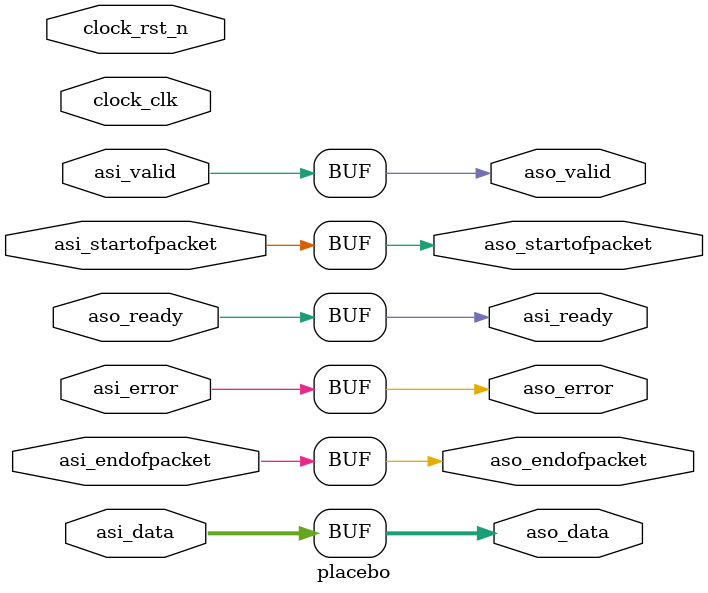
<source format=v>
module placebo(
	input [63:0] asi_data,
	input asi_valid,
	output asi_ready,
	input asi_startofpacket,
	input asi_endofpacket,
	input asi_error,
	input clock_clk,
	input clock_rst_n,

	output [63:0] aso_data,
	output aso_valid,
	input aso_ready,
	output aso_startofpacket,
	output aso_endofpacket,
	output aso_error
);

assign aso_data = asi_data;
assign aso_valid = asi_valid;
assign asi_ready = aso_ready;
assign aso_startofpacket = asi_startofpacket;
assign aso_endofpacket = asi_endofpacket;
assign aso_error = asi_error;

endmodule
</source>
